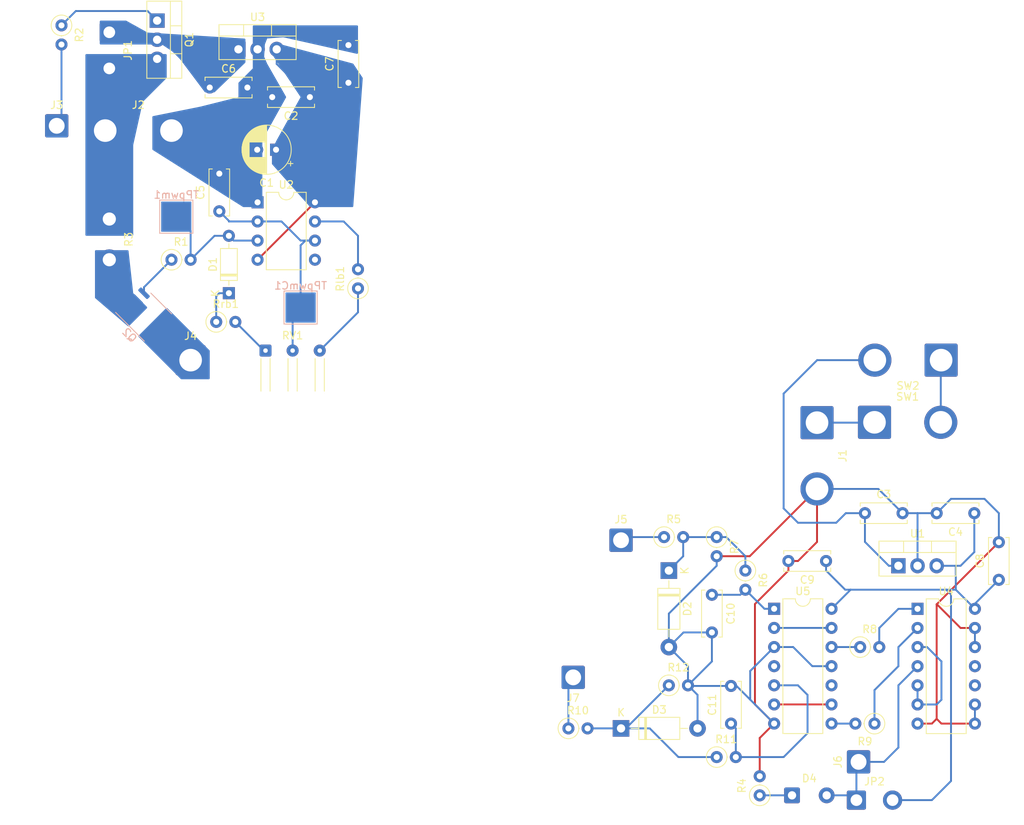
<source format=kicad_pcb>
(kicad_pcb (version 20221018) (generator pcbnew)
  (layers (0 "F.Cu" signal) (31 "B.Cu" signal) (34 "B.Paste" user) (35 "F.Paste" user) (36 "B.SilkS" user "B.Silkscreen") (37 "F.SilkS" user "F.Silkscreen") (38 "B.Mask" user) (39 "F.Mask" user) (44 "Edge.Cuts" user))
  (net 0 "")
  (net 1 "/U1_TR")
  (net 2 "/VCC_STAB")
  (net 3 "GND")
  (net 4 "Net-(SW1-B)")
  (net 5 "/POWER_CONTROL")
  (net 6 "Net-(D3-K)")
  (net 7 "/HEADLIGHT")
  (net 8 "/HIGHBEAM")
  (net 9 "+12V")
  (net 10 "VCC")
  (net 11 "Net-(SW2-B)")
  (net 12 "Net-(RV1-Pad3)")
  (net 13 "/U1_DISCH")
  (net 14 "Net-(JP1-A)")
  (net 15 "/VCC_STAB2")
  (net 16 "GND2")
  (net 17 "Net-(RV1-Pad1)")
  (net 18 "Net-(D1-A)")
  (net 19 "Net-(C10-Pad1)")
  (net 20 "Net-(C11-Pad1)")
  (net 21 "Net-(D1-K)")
  (net 22 "Net-(D2-K)")
  (net 23 "Net-(J3-Pin_1)")
  (net 24 "Net-(J4-Pin_1)")
  (net 25 "Net-(Q1-G)")
  (net 26 "Net-(Q2-S)")
  (net 27 "Net-(R8-Pad1)")
  (net 28 "Net-(R8-Pad2)")
  (net 29 "Net-(R9-Pad1)")
  (net 30 "Net-(R9-Pad2)")
  (net 33 "Net-(U5-Pad13)")
  (net 34 "Net-(U5-Pad6)")
  (net 37 "Net-(U4-Pad3)")
  (net 39 "Net-(D4-K)")
  (net 40 "Net-(D4-A)")
  (footprint "Resistor_THT:R_Axial_DIN0207_L6.3mm_D2.5mm_P2.54mm_Vertical" (layer "F.Cu") (at 80.01 81.28 90)
    (fp_text reference "Rlb1" (at 1.27 -2.37 90) (layer "F.SilkS"))
    (fp_text value "1k")
    (pad "1" thru_hole circle (at 0 0 90) (size 1.6 1.6) (drill 0.8) (layers "*.Cu" "*.Mask") (net 12 "Net-(RV1-Pad3)"))
    (pad "2" thru_hole oval (at 2.54 0 90) (size 1.6 1.6) (drill 0.8) (layers "*.Cu" "*.Mask") (net 13 "/U1_DISCH"))
  )
  (footprint "Connector_Wire:SolderWire-0.1sqmm_1x03_P3.6mm_D0.4mm_OD1mm_Relief" (layer "F.Cu") (at 67.73 89.535)
    (fp_text reference "RV1" (at 3.6 -2) (layer "F.SilkS"))
    (fp_text value "R_Potentiometer")
    (pad "" np_thru_hole circle (at 0 6) (size 1.5 1.5) (drill 1.5) (layers "*.Cu" "*.Mask"))
    (pad "" np_thru_hole circle (at 3.6 6) (size 1.5 1.5) (drill 1.5) (layers "*.Cu" "*.Mask"))
    (pad "" np_thru_hole circle (at 7.2 6) (size 1.5 1.5) (drill 1.5) (layers "*.Cu" "*.Mask"))
    (pad "1" thru_hole roundrect (at 0 0) (size 1.6 1.6) (drill 0.6) (layers "*.Cu" "*.Mask") (roundrect_rratio 0.15625) (net 17 "Net-(RV1-Pad1)"))
    (pad "2" thru_hole circle (at 3.6 0) (size 1.6 1.6) (drill 0.6) (layers "*.Cu" "*.Mask") (net 1 "/U1_TR"))
    (pad "3" thru_hole circle (at 7.2 0) (size 1.6 1.6) (drill 0.6) (layers "*.Cu" "*.Mask") (net 12 "Net-(RV1-Pad3)"))
  )
  (footprint "Connector_Wire:SolderWire-1.5sqmm_1x01_D1.7mm_OD3mm" (layer "F.Cu") (at 40.005 59.69)
    (fp_text reference "J3" (at 0 -2.75) (layer "F.SilkS"))
    (fp_text value "Conn_01x01_Socket")
    (pad "1" thru_hole roundrect (at 0 0) (size 3.1 3.1) (drill 2.1) (layers "*.Cu" "*.Mask") (roundrect_rratio 0.080645) (net 23 "Net-(J3-Pin_1)"))
  )
  (footprint "Capacitor_THT:C_Disc_D6.0mm_W2.5mm_P5.00mm" (layer "F.Cu") (at 129.54 139.065 90)
    (fp_text reference "C11" (at 2.5 -2.5 90) (layer "F.SilkS"))
    (fp_text value "0.33uF")
    (pad "1" thru_hole circle (at 0 0 90) (size 1.6 1.6) (drill 0.8) (layers "*.Cu" "*.Mask") (net 20 "Net-(C11-Pad1)"))
    (pad "2" thru_hole circle (at 5 0 90) (size 1.6 1.6) (drill 0.8) (layers "*.Cu" "*.Mask") (net 3 "GND"))
  )
  (footprint "Diode_THT:D_DO-41_SOD81_P10.16mm_Horizontal" (layer "F.Cu") (at 114.935 139.7)
    (fp_text reference "D3" (at 5.08 -2.47) (layer "F.SilkS"))
    (fp_text value "1N4742A")
    (fp_text user "K" (at 0 -2.1) (layer "F.SilkS"))
    (pad "1" thru_hole rect (at 0 0) (size 2.2 2.2) (drill 1.1) (layers "*.Cu" "*.Mask") (net 6 "Net-(D3-K)"))
    (pad "2" thru_hole oval (at 10.16 0) (size 2.2 2.2) (drill 1.1) (layers "*.Cu" "*.Mask") (net 3 "GND"))
  )
  (footprint "Capacitor_THT:C_Disc_D6.0mm_W2.5mm_P5.00mm" (layer "F.Cu") (at 73.62 55.88 180)
    (fp_text reference "C2" (at 2.5 -2.5) (layer "F.SilkS"))
    (fp_text value "0.1u")
    (pad "1" thru_hole circle (at 0 0 180) (size 1.6 1.6) (drill 0.8) (layers "*.Cu" "*.Mask") (net 15 "/VCC_STAB2"))
    (pad "2" thru_hole circle (at 5 0 180) (size 1.6 1.6) (drill 0.8) (layers "*.Cu" "*.Mask") (net 16 "GND2"))
  )
  (footprint "Capacitor_THT:C_Disc_D6.0mm_W2.5mm_P5.00mm" (layer "F.Cu") (at 165.1 119.975 90)
    (fp_text reference "C8" (at 2.5 -2.5 90) (layer "F.SilkS"))
    (fp_text value "0.1uF")
    (pad "1" thru_hole circle (at 0 0 90) (size 1.6 1.6) (drill 0.8) (layers "*.Cu" "*.Mask") (net 2 "/VCC_STAB"))
    (pad "2" thru_hole circle (at 5 0 90) (size 1.6 1.6) (drill 0.8) (layers "*.Cu" "*.Mask") (net 3 "GND"))
  )
  (footprint "Connector_Wire:SolderWire-0.75sqmm_1x02_P4.8mm_D1.25mm_OD2.3mm" (layer "F.Cu") (at 146.19 149.225)
    (fp_text reference "JP2" (at 2.4 -2.47) (layer "F.SilkS"))
    (fp_text value "Jumper_2_Open")
    (pad "1" thru_hole roundrect (at 0 0) (size 2.55 2.55) (drill 1.55) (layers "*.Cu" "*.Mask") (roundrect_rratio 0.098039) (net 40 "Net-(D4-A)"))
    (pad "2" thru_hole circle (at 4.8 0) (size 2.55 2.55) (drill 1.55) (layers "*.Cu" "*.Mask") (net 2 "/VCC_STAB"))
  )
  (footprint "Resistor_THT:R_Axial_DIN0207_L6.3mm_D2.5mm_P2.54mm_Vertical" (layer "F.Cu") (at 148.59 139.065 180)
    (fp_text reference "R9" (at 1.27 -2.37) (layer "F.SilkS"))
    (fp_text value "1k")
    (pad "1" thru_hole circle (at 0 0 180) (size 1.6 1.6) (drill 0.8) (layers "*.Cu" "*.Mask") (net 29 "Net-(R9-Pad1)"))
    (pad "2" thru_hole oval (at 2.54 0 180) (size 1.6 1.6) (drill 0.8) (layers "*.Cu" "*.Mask") (net 30 "Net-(R9-Pad2)"))
  )
  (footprint "Capacitor_THT:CP_Radial_D6.3mm_P2.50mm" (layer "F.Cu") (at 69.127379 62.865 180)
    (fp_text reference "C1" (at 1.25 -4.4) (layer "F.SilkS"))
    (fp_text value "2u")
    (pad "1" thru_hole rect (at 0 0 180) (size 1.6 1.6) (drill 0.8) (layers "*.Cu" "*.Mask") (net 15 "/VCC_STAB2"))
    (pad "2" thru_hole circle (at 2.5 0 180) (size 1.6 1.6) (drill 0.8) (layers "*.Cu" "*.Mask") (net 16 "GND2"))
  )
  (footprint "Capacitor_THT:C_Disc_D6.0mm_W2.5mm_P5.00mm" (layer "F.Cu") (at 127 121.96 -90)
    (fp_text reference "C10" (at 2.5 -2.5 90) (layer "F.SilkS"))
    (fp_text value "0.33uF")
    (pad "1" thru_hole circle (at 0 0 270) (size 1.6 1.6) (drill 0.8) (layers "*.Cu" "*.Mask") (net 19 "Net-(C10-Pad1)"))
    (pad "2" thru_hole circle (at 5 0 270) (size 1.6 1.6) (drill 0.8) (layers "*.Cu" "*.Mask") (net 3 "GND"))
  )
  (footprint "Resistor_THT:R_Axial_DIN0207_L6.3mm_D2.5mm_P2.54mm_Vertical" (layer "F.Cu") (at 131.445 118.745 -90)
    (fp_text reference "R6" (at 1.27 -2.37 90) (layer "F.SilkS"))
    (fp_text value "47k")
    (pad "1" thru_hole circle (at 0 0 270) (size 1.6 1.6) (drill 0.8) (layers "*.Cu" "*.Mask") (net 22 "Net-(D2-K)"))
    (pad "2" thru_hole oval (at 2.54 0 270) (size 1.6 1.6) (drill 0.8) (layers "*.Cu" "*.Mask") (net 19 "Net-(C10-Pad1)"))
  )
  (footprint "Connector_Wire:SolderWire-1.5sqmm_1x01_D1.7mm_OD3mm" (layer "F.Cu") (at 146.475 144.145 90)
    (fp_text reference "J6" (at 0 -2.75 90) (layer "F.SilkS"))
    (fp_text value "Conn_01x01_Pin")
    (pad "1" thru_hole roundrect (at 0 0 90) (size 3.1 3.1) (drill 2.1) (layers "*.Cu" "*.Mask") (roundrect_rratio 0.080645) (net 40 "Net-(D4-A)"))
  )
  (footprint "Package_DIP:DIP-8_W7.62mm" (layer "F.Cu") (at 66.675 69.85)
    (fp_text reference "U2" (at 3.81 -2.33) (layer "F.SilkS"))
    (fp_text value "NE555")
    (pad "1" thru_hole rect (at 0 0) (size 1.6 1.6) (drill 0.8) (layers "*.Cu" "*.Mask") (net 16 "GND2"))
    (pad "2" thru_hole oval (at 0 2.54) (size 1.6 1.6) (drill 0.8) (layers "*.Cu" "*.Mask") (net 1 "/U1_TR"))
    (pad "3" thru_hole oval (at 0 5.08) (size 1.6 1.6) (drill 0.8) (layers "*.Cu" "*.Mask") (net 18 "Net-(D1-A)"))
    (pad "4" thru_hole oval (at 0 7.62) (size 1.6 1.6) (drill 0.8) (layers "*.Cu" "*.Mask") (net 15 "/VCC_STAB2"))
    (pad "5" thru_hole oval (at 7.62 7.62) (size 1.6 1.6) (drill 0.8) (layers "*.Cu" "*.Mask"))
    (pad "6" thru_hole oval (at 7.62 5.08) (size 1.6 1.6) (drill 0.8) (layers "*.Cu" "*.Mask") (net 1 "/U1_TR"))
    (pad "7" thru_hole oval (at 7.62 2.54) (size 1.6 1.6) (drill 0.8) (layers "*.Cu" "*.Mask") (net 13 "/U1_DISCH"))
    (pad "8" thru_hole oval (at 7.62 0) (size 1.6 1.6) (drill 0.8) (layers "*.Cu" "*.Mask") (net 15 "/VCC_STAB2"))
  )
  (footprint "Resistor_THT:R_Axial_DIN0207_L6.3mm_D2.5mm_P2.54mm_Vertical" (layer "F.Cu") (at 120.65 114.3)
    (fp_text reference "R5" (at 1.27 -2.37) (layer "F.SilkS"))
    (fp_text value "1k")
    (pad "1" thru_hole circle (at 0 0) (size 1.6 1.6) (drill 0.8) (layers "*.Cu" "*.Mask") (net 7 "/HEADLIGHT"))
    (pad "2" thru_hole oval (at 2.54 0) (size 1.6 1.6) (drill 0.8) (layers "*.Cu" "*.Mask") (net 22 "Net-(D2-K)"))
  )
  (footprint "Capacitor_THT:C_Disc_D6.0mm_W2.5mm_P5.00mm" (layer "F.Cu") (at 147.32 111.125)
    (fp_text reference "C3" (at 2.5 -2.5) (layer "F.SilkS"))
    (fp_text value "0.33uF")
    (pad "1" thru_hole circle (at 0 0) (size 1.6 1.6) (drill 0.8) (layers "*.Cu" "*.Mask") (net 11 "Net-(SW2-B)"))
    (pad "2" thru_hole circle (at 5 0) (size 1.6 1.6) (drill 0.8) (layers "*.Cu" "*.Mask") (net 3 "GND"))
  )
  (footprint "Capacitor_THT:C_Disc_D6.0mm_W2.5mm_P5.00mm" (layer "F.Cu") (at 161.845 111.125 180)
    (fp_text reference "C4" (at 2.5 -2.5) (layer "F.SilkS"))
    (fp_text value "0.1uF")
    (pad "1" thru_hole circle (at 0 0 180) (size 1.6 1.6) (drill 0.8) (layers "*.Cu" "*.Mask") (net 2 "/VCC_STAB"))
    (pad "2" thru_hole circle (at 5 0 180) (size 1.6 1.6) (drill 0.8) (layers "*.Cu" "*.Mask") (net 3 "GND"))
  )
  (footprint "Connector_Wire:SolderWire-0.75sqmm_1x02_P4.8mm_D1.25mm_OD2.3mm" (layer "F.Cu") (at 46.99 47.269999 -90)
    (fp_text reference "JP1" (at 2.4 -2.47 90) (layer "F.SilkS"))
    (fp_text value "Jumper_2_Open")
    (pad "1" thru_hole roundrect (at 0 0 270) (size 2.55 2.55) (drill 1.55) (layers "*.Cu" "*.Mask") (roundrect_rratio 0.098039) (net 14 "Net-(JP1-A)"))
    (pad "2" thru_hole circle (at 4.8 0 270) (size 2.55 2.55) (drill 1.55) (layers "*.Cu" "*.Mask") (net 9 "+12V"))
  )
  (footprint "Connector_Wire:SolderWire-1.5sqmm_1x01_D1.7mm_OD3mm" (layer "F.Cu") (at 108.585 132.925 180)
    (fp_text reference "J7" (at 0 -2.75 180) (layer "F.SilkS"))
    (fp_text value "Conn_01x01_Socket")
    (pad "1" thru_hole roundrect (at 0 0 180) (size 3.1 3.1) (drill 2.1) (layers "*.Cu" "*.Mask") (roundrect_rratio 0.080645) (net 8 "/HIGHBEAM"))
  )
  (footprint "Resistor_THT:R_Axial_DIN0207_L6.3mm_D2.5mm_P2.54mm_Vertical" (layer "F.Cu") (at 61.185 85.725)
    (fp_text reference "Rrb1" (at 1.27 -2.37) (layer "F.SilkS"))
    (fp_text value "1k")
    (pad "1" thru_hole circle (at 0 0) (size 1.6 1.6) (drill 0.8) (layers "*.Cu" "*.Mask") (net 21 "Net-(D1-K)"))
    (pad "2" thru_hole oval (at 2.54 0) (size 1.6 1.6) (drill 0.8) (layers "*.Cu" "*.Mask") (net 17 "Net-(RV1-Pad1)"))
  )
  (footprint "Resistor_THT:R_Axial_DIN0207_L6.3mm_D2.5mm_P2.54mm_Vertical" (layer "F.Cu") (at 146.685 128.905)
    (fp_text reference "R8" (at 1.27 -2.37) (layer "F.SilkS"))
    (fp_text value "1k")
    (pad "1" thru_hole circle (at 0 0) (size 1.6 1.6) (drill 0.8) (layers "*.Cu" "*.Mask") (net 27 "Net-(R8-Pad1)"))
    (pad "2" thru_hole oval (at 2.54 0) (size 1.6 1.6) (drill 0.8) (layers "*.Cu" "*.Mask") (net 28 "Net-(R8-Pad2)"))
  )
  (footprint "Resistor_THT:R_Axial_DIN0207_L6.3mm_D2.5mm_P2.54mm_Vertical" (layer "F.Cu") (at 40.64 46.355 -90)
    (fp_text reference "R2" (at 1.27 -2.37 90) (layer "F.SilkS"))
    (fp_text value "100")
    (pad "1" thru_hole circle (at 0 0 270) (size 1.6 1.6) (drill 0.8) (layers "*.Cu" "*.Mask") (net 25 "Net-(Q1-G)"))
    (pad "2" thru_hole oval (at 2.54 0 270) (size 1.6 1.6) (drill 0.8) (layers "*.Cu" "*.Mask") (net 23 "Net-(J3-Pin_1)"))
  )
  (footprint "Connector_Wire:SolderWire-2.5sqmm_1x02_P8.8mm_D2.4mm_OD4.4mm" (layer "F.Cu") (at 46.445 60.325)
    (fp_text reference "J2" (at 4.4 -3.4) (layer "F.SilkS"))
    (fp_text value "Conn_01x02_Socket")
    (pad "1" thru_hole roundrect (at 0 0) (size 4.4 4.4) (drill 3) (layers "*.Cu" "*.Mask") (roundrect_rratio 0.056818) (net 9 "+12V"))
    (pad "2" thru_hole circle (at 8.8 0) (size 4.4 4.4) (drill 3) (layers "*.Cu" "*.Mask") (net 16 "GND2"))
  )
  (footprint "Capacitor_THT:C_Disc_D6.0mm_W2.5mm_P5.00mm" (layer "F.Cu") (at 78.74 53.975 90)
    (fp_text reference "C7" (at 2.5 -2.5 90) (layer "F.SilkS"))
    (fp_text value "0.1uF")
    (pad "1" thru_hole circle (at 0 0 90) (size 1.6 1.6) (drill 0.8) (layers "*.Cu" "*.Mask") (net 15 "/VCC_STAB2"))
    (pad "2" thru_hole circle (at 5 0 90) (size 1.6 1.6) (drill 0.8) (layers "*.Cu" "*.Mask") (net 16 "GND2"))
  )
  (footprint "Connector_Wire:SolderWire-2.5sqmm_1x01_D2.4mm_OD3.6mm" (layer "F.Cu") (at 57.785 90.805)
    (fp_text reference "J4" (at 0 -3.2) (layer "F.SilkS"))
    (fp_text value "Conn_01x01_Socket")
    (pad "1" thru_hole roundrect (at 0 0) (size 4 4) (drill 3) (layers "*.Cu" "*.Mask") (roundrect_rratio 0.0625) (net 24 "Net-(J4-Pin_1)"))
  )
  (footprint "Connector_Wire:SolderWire-1sqmm_1x02_P5.4mm_D1.4mm_OD2.7mm" (layer "F.Cu") (at 46.99 72.07 -90)
    (fp_text reference "R3" (at 2.7 -2.58 90) (layer "F.SilkS"))
    (fp_text value "0.2")
    (pad "1" thru_hole roundrect (at 0 0 270) (size 2.75 2.75) (drill 1.75) (layers "*.Cu" "*.Mask") (roundrect_rratio 0.090909) (net 9 "+12V"))
    (pad "2" thru_hole circle (at 5.4 0 270) (size 2.75 2.75) (drill 1.75) (layers "*.Cu" "*.Mask") (net 26 "Net-(Q2-S)"))
  )
  (footprint "Connector_Wire:SolderWire-2.5sqmm_1x02_P8.8mm_D2.4mm_OD4.4mm" (layer "F.Cu") (at 140.96 99.105 -90)
    (fp_text reference "J1" (at 4.4 -3.4 -90) (layer "F.SilkS"))
    (fp_text value "Conn_01x02_Socket")
    (pad "1" thru_hole roundrect (at 0 0 270) (size 4.4 4.4) (drill 3) (layers "*.Cu" "*.Mask") (roundrect_rratio 0.056818) (net 10 "VCC"))
    (pad "2" thru_hole circle (at 8.8 0 270) (size 4.4 4.4) (drill 3) (layers "*.Cu" "*.Mask") (net 3 "GND"))
  )
  (footprint "Capacitor_THT:C_Disc_D6.0mm_W2.5mm_P5.00mm" (layer "F.Cu") (at 61.595 71.04 90)
    (fp_text reference "C5" (at 2.5 -2.5 90) (layer "F.SilkS"))
    (fp_text value "33n")
    (pad "1" thru_hole circle (at 0 0 90) (size 1.6 1.6) (drill 0.8) (layers "*.Cu" "*.Mask") (net 1 "/U1_TR"))
    (pad "2" thru_hole circle (at 5 0 90) (size 1.6 1.6) (drill 0.8) (layers "*.Cu" "*.Mask") (net 16 "GND2"))
  )
  (footprint "Package_DIP:DIP-14_W7.62mm" (layer "F.Cu") (at 154.305 123.825)
    (fp_text reference "U4" (at 3.81 -2.33) (layer "F.SilkS"))
    (fp_text value "4001")
    (pad "1" thru_hole rect (at 0 0) (size 1.6 1.6) (drill 0.8) (layers "*.Cu" "*.Mask") (net 28 "Net-(R8-Pad2)"))
    (pad "2" thru_hole oval (at 0 2.54) (size 1.6 1.6) (drill 0.8) (layers "*.Cu" "*.Mask") (net 29 "Net-(R9-Pad1)"))
    (pad "3" thru_hole oval (at 0 5.08) (size 1.6 1.6) (drill 0.8) (layers "*.Cu" "*.Mask") (net 37 "Net-(U4-Pad3)"))
    (pad "4" thru_hole oval (at 0 7.62) (size 1.6 1.6) (drill 0.8) (layers "*.Cu" "*.Mask") (net 40 "Net-(D4-A)"))
    (pad "5" thru_hole oval (at 0 10.16) (size 1.6 1.6) (drill 0.8) (layers "*.Cu" "*.Mask") (net 37 "Net-(U4-Pad3)"))
    (pad "6" thru_hole oval (at 0 12.7) (size 1.6 1.6) (drill 0.8) (layers "*.Cu" "*.Mask") (net 37 "Net-(U4-Pad3)"))
    (pad "7" thru_hole oval (at 0 15.24) (size 1.6 1.6) (drill 0.8) (layers "*.Cu" "*.Mask") (net 3 "GND"))
    (pad "8" thru_hole oval (at 7.62 15.24) (size 1.6 1.6) (drill 0.8) (layers "*.Cu" "*.Mask") (net 3 "GND"))
    (pad "9" thru_hole oval (at 7.62 12.7) (size 1.6 1.6) (drill 0.8) (layers "*.Cu" "*.Mask") (net 3 "GND"))
    (pad "10" thru_hole oval (at 7.62 10.16) (size 1.6 1.6) (drill 0.8) (layers "*.Cu" "*.Mask"))
    (pad "11" thru_hole oval (at 7.62 7.62) (size 1.6 1.6) (drill 0.8) (layers "*.Cu" "*.Mask"))
    (pad "12" thru_hole oval (at 7.62 5.08) (size 1.6 1.6) (drill 0.8) (layers "*.Cu" "*.Mask") (net 3 "GND"))
    (pad "13" thru_hole oval (at 7.62 2.54) (size 1.6 1.6) (drill 0.8) (layers "*.Cu" "*.Mask") (net 3 "GND"))
    (pad "14" thru_hole oval (at 7.62 0) (size 1.6 1.6) (drill 0.8) (layers "*.Cu" "*.Mask") (net 2 "/VCC_STAB"))
  )
  (footprint "Connector_Wire:SolderWire-2.5sqmm_1x02_P8.8mm_D2.4mm_OD4.4mm" (layer "F.Cu") (at 157.435 90.805 180)
    (fp_text reference "SW2" (at 4.4 -3.4) (layer "F.SilkS"))
    (fp_text value "SW_SPST")
    (pad "1" thru_hole roundrect (at 0 0 180) (size 4.4 4.4) (drill 3) (layers "*.Cu" "*.Mask") (roundrect_rratio 0.056818) (net 4 "Net-(SW1-B)"))
    (pad "2" thru_hole circle (at 8.8 0 180) (size 4.4 4.4) (drill 3) (layers "*.Cu" "*.Mask") (net 11 "Net-(SW2-B)"))
  )
  (footprint "Resistor_THT:R_Axial_DIN0207_L6.3mm_D2.5mm_P2.54mm_Vertical" (layer "F.Cu") (at 127.635 143.51)
    (fp_text reference "R11" (at 1.27 -2.37) (layer "F.SilkS"))
    (fp_text value "47k")
    (pad "1" thru_hole circle (at 0 0) (size 1.6 1.6) (drill 0.8) (layers "*.Cu" "*.Mask") (net 6 "Net-(D3-K)"))
    (pad "2" thru_hole oval (at 2.54 0) (size 1.6 1.6) (drill 0.8) (layers "*.Cu" "*.Mask") (net 20 "Net-(C11-Pad1)"))
  )
  (footprint "Resistor_THT:R_Axial_DIN0207_L6.3mm_D2.5mm_P2.54mm_Vertical" (layer "F.Cu") (at 133.35 148.59 90)
    (fp_text reference "R4" (at 1.27 -2.37 90) (layer "F.SilkS"))
    (fp_text value "R")
    (pad "1" thru_hole circle (at 0 0 90) (size 1.6 1.6) (drill 0.8) (layers "*.Cu" "*.Mask") (net 39 "Net-(D4-K)"))
    (pad "2" thru_hole oval (at 2.54 0 90) (size 1.6 1.6) (drill 0.8) (layers "*.Cu" "*.Mask") (net 3 "GND"))
  )
  (footprint "Package_DIP:DIP-14_W7.62mm" (layer "F.Cu") (at 135.265 123.82)
    (fp_text reference "U5" (at 3.81 -2.33) (layer "F.SilkS"))
    (fp_text value "4069")
    (pad "1" thru_hole rect (at 0 0) (size 1.6 1.6) (drill 0.8) (layers "*.Cu" "*.Mask") (net 19 "Net-(C10-Pad1)"))
    (pad "2" thru_hole oval (at 0 2.54) (size 1.6 1.6) (drill 0.8) (layers "*.Cu" "*.Mask") (net 33 "Net-(U5-Pad13)"))
    (pad "3" thru_hole oval (at 0 5.08) (size 1.6 1.6) (drill 0.8) (layers "*.Cu" "*.Mask") (net 3 "GND"))
    (pad "4" thru_hole oval (at 0 7.62) (size 1.6 1.6) (drill 0.8) (layers "*.Cu" "*.Mask"))
    (pad "5" thru_hole oval (at 0 10.16) (size 1.6 1.6) (drill 0.8) (layers "*.Cu" "*.Mask") (net 20 "Net-(C11-Pad1)"))
    (pad "6" thru_hole oval (at 0 12.7) (size 1.6 1.6) (drill 0.8) (layers "*.Cu" "*.Mask") (net 34 "Net-(U5-Pad6)"))
    (pad "7" thru_hole oval (at 0 15.24) (size 1.6 1.6) (drill 0.8) (layers "*.Cu" "*.Mask") (net 3 "GND"))
    (pad "8" thru_hole oval (at 7.62 15.24) (size 1.6 1.6) (drill 0.8) (layers "*.Cu" "*.Mask") (net 30 "Net-(R9-Pad2)"))
    (pad "9" thru_hole oval (at 7.62 12.7) (size 1.6 1.6) (drill 0.8) (layers "*.Cu" "*.Mask") (net 34 "Net-(U5-Pad6)"))
    (pad "10" thru_hole oval (at 7.62 10.16) (size 1.6 1.6) (drill 0.8) (layers "*.Cu" "*.Mask"))
    (pad "11" thru_hole oval (at 7.62 7.62) (size 1.6 1.6) (drill 0.8) (layers "*.Cu" "*.Mask") (net 3 "GND"))
    (pad "12" thru_hole oval (at 7.62 5.08) (size 1.6 1.6) (drill 0.8) (layers "*.Cu" "*.Mask") (net 27 "Net-(R8-Pad1)"))
    (pad "13" thru_hole oval (at 7.62 2.54) (size 1.6 1.6) (drill 0.8) (layers "*.Cu" "*.Mask") (net 33 "Net-(U5-Pad13)"))
    (pad "14" thru_hole oval (at 7.62 0) (size 1.6 1.6) (drill 0.8) (layers "*.Cu" "*.Mask") (net 2 "/VCC_STAB"))
  )
  (footprint "Diode_THT:D_DO-35_SOD27_P7.62mm_Horizontal" (layer "F.Cu") (at 62.865 81.915 90)
    (fp_text reference "D1" (at 3.81 -2.12 90) (layer "F.SilkS"))
    (fp_text value "BAT42")
    (fp_text user "K" (at 0 -1.8 90) (layer "F.SilkS"))
    (pad "1" thru_hole rect (at 0 0 90) (size 1.6 1.6) (drill 0.8) (layers "*.Cu" "*.Mask") (net 21 "Net-(D1-K)"))
    (pad "2" thru_hole oval (at 7.62 0 90) (size 1.6 1.6) (drill 0.8) (layers "*.Cu" "*.Mask") (net 18 "Net-(D1-A)"))
  )
  (footprint "Connector_Wire:SolderWire-1.5sqmm_1x01_D1.7mm_OD3mm" (layer "F.Cu") (at 114.935 114.715)
    (fp_text reference "J5" (at 0 -2.75) (layer "F.SilkS"))
    (fp_text value "Conn_01x01_Socket")
    (pad "1" thru_hole roundrect (at 0 0) (size 3.1 3.1) (drill 2.1) (layers "*.Cu" "*.Mask") (roundrect_rratio 0.080645) (net 7 "/HEADLIGHT"))
  )
  (footprint "Resistor_THT:R_Axial_DIN0207_L6.3mm_D2.5mm_P2.54mm_Vertical" (layer "F.Cu") (at 107.95 139.7)
    (fp_text reference "R10" (at 1.27 -2.37) (layer "F.SilkS"))
    (fp_text value "1k")
    (pad "1" thru_hole circle (at 0 0) (size 1.6 1.6) (drill 0.8) (layers "*.Cu" "*.Mask") (net 8 "/HIGHBEAM"))
    (pad "2" thru_hole oval (at 2.54 0) (size 1.6 1.6) (drill 0.8) (layers "*.Cu" "*.Mask") (net 6 "Net-(D3-K)"))
  )
  (footprint "Package_TO_SOT_THT:TO-220-3_Vertical" (layer "F.Cu") (at 53.34 45.720001 -90)
    (fp_text reference "Q1" (at 2.54 -4.27 90) (layer "F.SilkS"))
    (fp_text value "IRF9540N")
    (pad "1" thru_hole rect (at 0 0 270) (size 1.905 2) (drill 1.1) (layers "*.Cu" "*.Mask") (net 25 "Net-(Q1-G)"))
    (pad "2" thru_hole oval (at 2.54 0 270) (size 1.905 2) (drill 1.1) (layers "*.Cu" "*.Mask") (net 14 "Net-(JP1-A)"))
    (pad "3" thru_hole oval (at 5.08 0 270) (size 1.905 2) (drill 1.1) (layers "*.Cu" "*.Mask") (net 9 "+12V"))
  )
  (footprint "Capacitor_THT:C_Disc_D6.0mm_W2.5mm_P5.00mm" (layer "F.Cu") (at 60.325 54.61)
    (fp_text reference "C6" (at 2.5 -2.5) (layer "F.SilkS"))
    (fp_text value "0.33uF")
    (pad "1" thru_hole circle (at 0 0) (size 1.6 1.6) (drill 0.8) (layers "*.Cu" "*.Mask") (net 14 "Net-(JP1-A)"))
    (pad "2" thru_hole circle (at 5 0) (size 1.6 1.6) (drill 0.8) (layers "*.Cu" "*.Mask") (net 16 "GND2"))
  )
  (footprint "Connector_Wire:SolderWire-0.5sqmm_1x02_P4.6mm_D0.9mm_OD2.1mm" (layer "F.Cu") (at 137.64 148.59)
    (fp_text reference "D4" (at 2.3 -2.25) (layer "F.SilkS"))
    (fp_text value "LED")
    (pad "1" thru_hole roundrect (at 0 0) (size 2.1 2.1) (drill 1.1) (layers "*.Cu" "*.Mask") (roundrect_rratio 0.119048) (net 39 "Net-(D4-K)"))
    (pad "2" thru_hole circle (at 4.6 0) (size 2.1 2.1) (drill 1.1) (layers "*.Cu" "*.Mask") (net 40 "Net-(D4-A)"))
  )
  (footprint "Resistor_THT:R_Axial_DIN0207_L6.3mm_D2.5mm_P2.54mm_Vertical" (layer "F.Cu") (at 127.635 114.3 -90)
    (fp_text reference "R7" (at 1.27 -2.37 90) (layer "F.SilkS"))
    (fp_text value "100k")
    (pad "1" thru_hole circle (at 0 0 270) (size 1.6 1.6) (drill 0.8) (layers "*.Cu" "*.Mask") (net 22 "Net-(D2-K)"))
    (pad "2" thru_hole oval (at 2.54 0 270) (size 1.6 1.6) (drill 0.8) (layers "*.Cu" "*.Mask") (net 3 "GND"))
  )
  (footprint "Capacitor_THT:C_Disc_D6.0mm_W2.5mm_P5.00mm" (layer "F.Cu") (at 142.16 117.475 180)
    (fp_text reference "C9" (at 2.5 -2.5) (layer "F.SilkS"))
    (fp_text value "0.1uF")
    (pad "1" thru_hole circle (at 0 0 180) (size 1.6 1.6) (drill 0.8) (layers "*.Cu" "*.Mask") (net 2 "/VCC_STAB"))
    (pad "2" thru_hole circle (at 5 0 180) (size 1.6 1.6) (drill 0.8) (layers "*.Cu" "*.Mask") (net 3 "GND"))
  )
  (footprint "Package_TO_SOT_THT:TO-220-3_Vertical" (layer "F.Cu") (at 151.765 118.11)
    (fp_text reference "U1" (at 2.54 -4.27) (layer "F.SilkS"))
    (fp_text value "L7812")
    (pad "1" thru_hole rect (at 0 0) (size 1.905 2) (drill 1.1) (layers "*.Cu" "*.Mask") (net 11 "Net-(SW2-B)"))
    (pad "2" thru_hole oval (at 2.54 0) (size 1.905 2) (drill 1.1) (layers "*.Cu" "*.Mask") (net 3 "GND"))
    (pad "3" thru_hole oval (at 5.08 0) (size 1.905 2) (drill 1.1) (layers "*.Cu" "*.Mask") (net 2 "/VCC_STAB"))
  )
  (footprint "Resistor_THT:R_Axial_DIN0207_L6.3mm_D2.5mm_P2.54mm_Vertical" (layer "F.Cu") (at 121.285 133.985)
    (fp_text reference "R12" (at 1.27 -2.37) (layer "F.SilkS"))
    (fp_text value "100k")
    (pad "1" thru_hole circle (at 0 0) (size 1.6 1.6) (drill 0.8) (layers "*.Cu" "*.Mask") (net 6 "Net-(D3-K)"))
    (pad "2" thru_hole oval (at 2.54 0) (size 1.6 1.6) (drill 0.8) (layers "*.Cu" "*.Mask") (net 3 "GND"))
  )
  (footprint "Connector_Wire:SolderWire-2.5sqmm_1x02_P8.8mm_D2.4mm_OD4.4mm" (layer "F.Cu") (at 148.59 99.06)
    (fp_text reference "SW1" (at 4.4 -3.4) (layer "F.SilkS"))
    (fp_text value "SW_SPST")
    (pad "1" thru_hole roundrect (at 0 0) (size 4.4 4.4) (drill 3) (layers "*.Cu" "*.Mask") (roundrect_rratio 0.056818) (net 10 "VCC"))
    (pad "2" thru_hole circle (at 8.8 0) (size 4.4 4.4) (drill 3) (layers "*.Cu" "*.Mask") (net 4 "Net-(SW1-B)"))
  )
  (footprint "Resistor_THT:R_Axial_DIN0207_L6.3mm_D2.5mm_P2.54mm_Vertical" (layer "F.Cu") (at 55.245 77.47)
    (fp_text reference "R1" (at 1.27 -2.37) (layer "F.SilkS"))
    (fp_text value "100..1k")
    (pad "1" thru_hole circle (at 0 0) (size 1.6 1.6) (drill 0.8) (layers "*.Cu" "*.Mask") (net 5 "/POWER_CONTROL"))
    (pad "2" thru_hole oval (at 2.54 0) (size 1.6 1.6) (drill 0.8) (layers "*.Cu" "*.Mask") (net 18 "Net-(D1-A)"))
  )
  (footprint "Package_TO_SOT_THT:TO-220-3_Vertical" (layer "F.Cu") (at 64.135 49.53)
    (fp_text reference "U3" (at 2.54 -4.27) (layer "F.SilkS"))
    (fp_text value "L7812")
    (pad "1" thru_hole rect (at 0 0) (size 1.905 2) (drill 1.1) (layers "*.Cu" "*.Mask") (net 14 "Net-(JP1-A)"))
    (pad "2" thru_hole oval (at 2.54 0) (size 1.905 2) (drill 1.1) (layers "*.Cu" "*.Mask") (net 16 "GND2"))
    (pad "3" thru_hole oval (at 5.08 0) (size 1.905 2) (drill 1.1) (layers "*.Cu" "*.Mask") (net 15 "/VCC_STAB2"))
  )
  (footprint "Diode_THT:D_DO-41_SOD81_P10.16mm_Horizontal" (layer "F.Cu") (at 121.285 118.745001 -90)
    (fp_text reference "D2" (at 5.08 -2.47 90) (layer "F.SilkS"))
    (fp_text value "1N47xxA")
    (fp_text user "K" (at 0 -2.1 90) (layer "F.SilkS"))
    (pad "1" thru_hole rect (at 0 0 270) (size 2.2 2.2) (drill 1.1) (layers "*.Cu" "*.Mask") (net 22 "Net-(D2-K)"))
    (pad "2" thru_hole oval (at 10.16 0 270) (size 2.2 2.2) (drill 1.1) (layers "*.Cu" "*.Mask") (net 3 "GND"))
  )
  (footprint "TestPoint:TestPoint_Pad_4.0x4.0mm" (layer "B.Cu") (at 55.88 71.755 180)
    (fp_text reference "TPpwm1" (at 0 2.898) (layer "B.SilkS") (effects (justify mirror)))
    (fp_text value "TestPoint")
    (pad "1" smd rect (at 0 0 180) (size 4 4) (layers "B.Cu" "B.Mask") (net 18 "Net-(D1-A)"))
  )
  (footprint "TestPoint:TestPoint_Pad_4.0x4.0mm" (layer "B.Cu") (at 72.39 83.82 180)
    (fp_text reference "TPpwmC1" (at 0 2.898) (layer "B.SilkS") (effects (justify mirror)))
    (fp_text value "TestPoint")
    (pad "1" smd rect (at 0 0 180) (size 4 4) (layers "B.Cu" "B.Mask") (net 1 "/U1_TR"))
  )
  (footprint "LIB:SO-8_3.9x4.9mm_P1.27mm" (layer "B.Cu") (at 52.07 85.09 -45)
    (fp_text reference "Q2" (at 0 3.4 135) (layer "B.SilkS") (effects (justify mirror)))
    (fp_text value "IRF9321")
    (pad "1" smd roundrect (at 2.575 -1.905 315) (size 1.75 0.6) (layers "B.Cu" "B.Paste" "B.Mask") (net 24 "Net-(J4-Pin_1)"))
    (pad "1" smd roundrect (at 2.575 -0.635 315) (size 1.75 0.6) (layers "B.Cu" "B.Paste" "B.Mask") (net 24 "Net-(J4-Pin_1)"))
    (pad "1" smd roundrect (at 2.575 0.635 315) (size 1.75 0.6) (layers "B.Cu" "B.Paste" "B.Mask") (net 24 "Net-(J4-Pin_1)"))
    (pad "1" smd roundrect (at 2.575 1.905 315) (size 1.75 0.6) (layers "B.Cu" "B.Paste" "B.Mask") (net 24 "Net-(J4-Pin_1)"))
    (pad "2" smd roundrect (at -2.575 -1.905 315) (size 1.75 0.6) (layers "B.Cu" "B.Paste" "B.Mask") (net 5 "/POWER_CONTROL"))
    (pad "3" smd roundrect (at -2.575 -0.635 315) (size 1.75 0.6) (layers "B.Cu" "B.Paste" "B.Mask") (net 26 "Net-(Q2-S)"))
    (pad "3" smd roundrect (at -2.575 0.635 315) (size 1.75 0.6) (layers "B.Cu" "B.Paste" "B.Mask") (net 26 "Net-(Q2-S)"))
    (pad "3" smd roundrect (at -2.575 1.905 315) (size 1.75 0.6) (layers "B.Cu" "B.Paste" "B.Mask") (net 26 "Net-(Q2-S)"))
  )
  (segment (start 74.295 74.93) (end 73.025 74.93) (width 0.25) (layer "B.Cu") (net 1))
  (segment (start 66.675 72.39) (end 69.85 72.39) (width 0.25) (layer "B.Cu") (net 1))
  (segment (start 62.865 72.31) (end 62.865 72.39) (width 0.25) (layer "B.Cu") (net 1))
  (segment (start 72.39 75.565) (end 72.39 83.82) (width 0.25) (layer "B.Cu") (net 1))
  (segment (start 71.33 89.535) (end 71.33 84.88) (width 0.25) (layer "B.Cu") (net 1))
  (segment (start 69.85 72.39) (end 72.39 74.93) (width 0.25) (layer "B.Cu") (net 1))
  (segment (start 62.865 72.39) (end 66.675 72.39) (width 0.25) (layer "B.Cu") (net 1))
  (segment (start 71.33 84.88) (end 72.39 83.82) (width 0.25) (layer "B.Cu") (net 1))
  (segment (start 73.025 74.93) (end 72.39 75.565) (width 0.25) (layer "B.Cu") (net 1))
  (segment (start 61.595 71.04) (end 62.865 72.31) (width 0.25) (layer "B.Cu") (net 1))
  (segment (start 72.39 74.93) (end 74.295 74.93) (width 0.25) (layer "B.Cu") (net 1))
  (segment (start 158.75 146.685) (end 158.75 121.92) (width 0.25) (layer "B.Cu") (net 2))
  (segment (start 150.99 149.225) (end 156.21 149.225) (width 0.25) (layer "B.Cu") (net 2))
  (segment (start 158.115 121.285) (end 145.42 121.285) (width 0.25) (layer "B.Cu") (net 2))
  (segment (start 156.21 149.225) (end 158.75 146.685) (width 0.25) (layer "B.Cu") (net 2))
  (segment (start 160.02 118.11) (end 161.845 116.285) (width 0.25) (layer "B.Cu") (net 2))
  (segment (start 159.385 121.285) (end 158.115 121.285) (width 0.25) (layer "B.Cu") (net 2))
  (segment (start 145.42 121.285) (end 142.885 123.82) (width 0.25) (layer "B.Cu") (net 2))
  (segment (start 161.925 123.15) (end 161.925 123.825) (width 0.25) (layer "B.Cu") (net 2))
  (segment (start 159.385 118.11) (end 160.02 118.11) (width 0.25) (layer "B.Cu") (net 2))
  (segment (start 142.16 118.745) (end 142.16 117.475) (width 0.25) (layer "B.Cu") (net 2))
  (segment (start 156.845 118.11) (end 159.385 118.11) (width 0.25) (layer "B.Cu") (net 2))
  (segment (start 158.75 121.92) (end 158.115 121.285) (width 0.25) (layer "B.Cu") (net 2))
  (segment (start 144.7 121.285) (end 145.42 121.285) (width 0.25) (layer "B.Cu") (net 2))
  (segment (start 165.1 119.975) (end 161.925 123.15) (width 0.25) (layer "B.Cu") (net 2))
  (segment (start 161.845 116.285) (end 161.845 111.125) (width 0.25) (layer "B.Cu") (net 2))
  (segment (start 161.925 123.825) (end 159.385 121.285) (width 0.25) (layer "B.Cu") (net 2))
  (segment (start 144.7 121.285) (end 142.16 118.745) (width 0.25) (layer "B.Cu") (net 2))
  (segment (start 159.385 121.285) (end 159.385 118.11) (width 0.25) (layer "B.Cu") (net 2))
  (segment (start 133.35 140.975) (end 135.265 139.06) (width 0.25) (layer "F.Cu") (net 3))
  (segment (start 137.16 118.745) (end 132.715 123.19) (width 0.25) (layer "F.Cu") (net 3))
  (segment (start 161.925 139.065) (end 157.48 139.065) (width 0.25) (layer "F.Cu") (net 3))
  (segment (start 132.715 136.51) (end 132.715 123.19) (width 0.25) (layer "F.Cu") (net 3))
  (segment (start 156.845 123.23) (end 156.865 123.21) (width 0.25) (layer "F.Cu") (net 3))
  (segment (start 135.265 139.06) (end 132.715 136.51) (width 0.25) (layer "F.Cu") (net 3))
  (segment (start 140.96 114.945) (end 138.43 117.475) (width 0.25) (layer "F.Cu") (net 3))
  (segment (start 156.865 123.21) (end 165.1 114.975) (width 0.25) (layer "F.Cu") (net 3))
  (segment (start 132.025 116.84) (end 140.96 107.905) (width 0.25) (layer "F.Cu") (net 3))
  (segment (start 161.925 126.365) (end 160.02 126.365) (width 0.25) (layer "F.Cu") (net 3))
  (segment (start 156.21 139.065) (end 156.845 138.43) (width 0.25) (layer "F.Cu") (net 3))
  (segment (start 160.02 126.365) (end 156.865 123.21) (width 0.25) (layer "F.Cu") (net 3))
  (segment (start 133.35 146.05) (end 133.35 140.975) (width 0.25) (layer "F.Cu") (net 3))
  (segment (start 157.48 139.065) (end 156.845 138.43) (width 0.25) (layer "F.Cu") (net 3))
  (segment (start 138.43 117.475) (end 137.16 117.475) (width 0.25) (layer "F.Cu") (net 3))
  (segment (start 156.845 138.43) (end 156.845 123.23) (width 0.25) (layer "F.Cu") (net 3))
  (segment (start 140.96 107.905) (end 140.96 114.945) (width 0.25) (layer "F.Cu") (net 3))
  (segment (start 137.16 117.475) (end 137.16 118.745) (width 0.25) (layer "F.Cu") (net 3))
  (segment (start 127.635 116.84) (end 132.025 116.84) (width 0.25) (layer "F.Cu") (net 3))
  (segment (start 154.305 139.065) (end 156.21 139.065) (width 0.25) (layer "F.Cu") (net 3))
  (segment (start 121.285 124.46) (end 121.285 128.905001) (width 0.25) (layer "B.Cu") (net 3))
  (segment (start 140.96 107.905) (end 149.1 107.905) (width 0.25) (layer "B.Cu") (net 3))
  (segment (start 142.885 131.44) (end 140.33 131.44) (width 0.25) (layer "B.Cu") (net 3))
  (segment (start 161.925 139.065) (end 161.925 136.525) (width 0.25) (layer "B.Cu") (net 3))
  (segment (start 127.635 118.11) (end 121.285 124.46) (width 0.25) (layer "B.Cu") (net 3))
  (segment (start 123.230001 126.96) (end 121.285 128.905001) (width 0.25) (layer "B.Cu") (net 3))
  (segment (start 149.1 107.905) (end 152.32 111.125) (width 0.25) (layer "B.Cu") (net 3))
  (segment (start 165.1 114.975) (end 165.1 111.125) (width 0.25) (layer "B.Cu") (net 3))
  (segment (start 161.925 128.905) (end 161.925 126.365) (width 0.25) (layer "B.Cu") (net 3))
  (segment (start 135.265 128.9) (end 132.0875 132.0775) (width 0.25) (layer "B.Cu") (net 3))
  (segment (start 154.305 111.125) (end 156.845 111.125) (width 0.25) (layer "B.Cu") (net 3))
  (segment (start 132.0875 132.0775) (end 132.0875 135.8825) (width 0.25) (layer "B.Cu") (net 3))
  (segment (start 163.195 109.22) (end 158.75 109.22) (width 0.25) (layer "B.Cu") (net 3))
  (segment (start 127.635 116.84) (end 127.635 118.11) (width 0.25) (layer "B.Cu") (net 3))
  (segment (start 140.33 131.44) (end 137.79 128.9) (width 0.25) (layer "B.Cu") (net 3))
  (segment (start 129.54 134.065) (end 123.905 134.065) (width 0.25) (layer "B.Cu") (net 3))
  (segment (start 125.095 139.7) (end 125.095 135.255) (width 0.25) (layer "B.Cu") (net 3))
  (segment (start 123.825 131.445001) (end 121.285 128.905001) (width 0.25) (layer "B.Cu") (net 3))
  (segment (start 137.79 128.9) (end 135.265 128.9) (width 0.25) (layer "B.Cu") (net 3))
  (segment (start 127 126.96) (end 127 130.81) (width 0.25) (layer "B.Cu") (net 3))
  (segment (start 135.265 139.06) (end 132.0875 135.8825) (width 0.25) (layer "B.Cu") (net 3))
  (segment (start 165.1 111.125) (end 163.195 109.22) (width 0.25) (layer "B.Cu") (net 3))
  (segment (start 130.27 134.065) (end 129.54 134.065) (width 0.25) (layer "B.Cu") (net 3))
  (segment (start 158.75 109.22) (end 156.845 111.125) (width 0.25) (layer "B.Cu") (net 3))
  (segment (start 123.825 133.985) (end 123.825 131.445001) (width 0.25) (layer "B.Cu") (net 3))
  (segment (start 127 130.81) (end 123.825 133.985) (width 0.25) (layer "B.Cu") (net 3))
  (segment (start 154.305 118.11) (end 154.305 111.125) (width 0.25) (layer "B.Cu") (net 3))
  (segment (start 123.905 134.065) (end 123.825 133.985) (width 0.25) (layer "B.Cu") (net 3))
  (segment (start 152.32 111.125) (end 154.305 111.125) (width 0.25) (layer "B.Cu") (net 3))
  (segment (start 125.095 135.255) (end 123.825 133.985) (width 0.25) (layer "B.Cu") (net 3))
  (segment (start 127 126.96) (end 123.230001 126.96) (width 0.25) (layer "B.Cu") (net 3))
  (segment (start 132.0875 135.8825) (end 130.27 134.065) (width 0.25) (layer "B.Cu") (net 3))
  (segment (start 157.39 92.755) (end 157.435 92.71) (width 0.25) (layer "B.Cu") (net 4))
  (segment (start 157.39 99.06) (end 157.39 92.755) (width 0.25) (layer "B.Cu") (net 4))
  (segment (start 51.596238 81.118762) (end 51.596238 81.922162) (width 0.25) (layer "B.Cu") (net 5))
  (segment (start 55.245 77.47) (end 51.596238 81.118762) (width 0.25) (layer "B.Cu") (net 5))
  (segment (start 115.57 139.7) (end 121.285 133.985) (width 0.25) (layer "B.Cu") (net 6))
  (segment (start 114.935 139.7) (end 115.57 139.7) (width 0.25) (layer "B.Cu") (net 6))
  (segment (start 118.745 139.7) (end 122.555 143.51) (width 0.25) (layer "B.Cu") (net 6))
  (segment (start 122.555 143.51) (end 127.635 143.51) (width 0.25) (layer "B.Cu") (net 6))
  (segment (start 114.935 139.7) (end 118.745 139.7) (width 0.25) (layer "B.Cu") (net 6))
  (segment (start 110.49 139.7) (end 114.935 139.7) (width 0.25) (layer "B.Cu") (net 6))
  (segment (start 115.35 114.3) (end 114.935 114.715) (width 0.25) (layer "B.Cu") (net 7))
  (segment (start 120.65 114.3) (end 115.35 114.3) (width 0.25) (layer "B.Cu") (net 7))
  (segment (start 107.95 133.56) (end 107.95 139.7) (width 0.25) (layer "B.Cu") (net 8))
  (segment (start 108.585 132.925) (end 107.95 133.56) (width 0.25) (layer "B.Cu") (net 8))
  (segment (start 46.99 59.78) (end 46.445 60.325) (width 0.25) (layer "B.Cu") (net 9))
  (segment (start 46.99 60.87) (end 46.99 72.07) (width 0.25) (layer "B.Cu") (net 9))
  (segment (start 46.99 52.069999) (end 46.99 59.78) (width 0.25) (layer "B.Cu") (net 9))
  (segment (start 46.99 52.069999) (end 52.070002 52.069999) (width 0.25) (layer "B.Cu") (net 9))
  (segment (start 52.070002 52.069999) (end 53.34 50.800001) (width 0.25) (layer "B.Cu") (net 9))
  (segment (start 46.445 60.325) (end 46.99 60.87) (width 0.25) (layer "B.Cu") (net 9))
  (segment (start 140.96 99.105) (end 148.545 99.105) (width 0.25) (layer "B.Cu") (net 10))
  (segment (start 148.545 99.105) (end 148.59 99.06) (width 0.25) (layer "B.Cu") (net 10))
  (segment (start 143.51 112.395) (end 144.78 111.125) (width 0.25) (layer "B.Cu") (net 11))
  (segment (start 136.525 110.49) (end 138.43 112.395) (width 0.25) (layer "B.Cu") (net 11))
  (segment (start 136.525 95.25) (end 136.525 110.49) (width 0.25) (layer "B.Cu") (net 11))
  (segment (start 138.43 112.395) (end 143.51 112.395) (width 0.25) (layer "B.Cu") (net 11))
  (segment (start 150.495 118.11) (end 147.32 114.935) (width 0.25) (layer "B.Cu") (net 11))
  (segment (start 140.97 90.805) (end 136.525 95.25) (width 0.25) (layer "B.Cu") (net 11))
  (segment (start 151.765 118.11) (end 150.495 118.11) (width 0.25) (layer "B.Cu") (net 11))
  (segment (start 148.635 90.805) (end 140.97 90.805) (width 0.25) (layer "B.Cu") (net 11))
  (segment (start 147.32 114.935) (end 147.32 111.125) (width 0.25) (layer "B.Cu") (net 11))
  (segment (start 144.78 111.125) (end 147.32 111.125) (width 0.25) (layer "B.Cu") (net 11))
  (segment (start 80.01 84.455) (end 80.01 81.28) (width 0.25) (layer "B.Cu") (net 12))
  (segment (start 74.93 89.535) (end 80.01 84.455) (width 0.25) (layer "B.Cu") (net 12))
  (segment (start 80.01 78.74) (end 80.01 74.295) (width 0.25) (layer "B.Cu") (net 13))
  (segment (start 80.01 74.295) (end 78.105 72.39) (width 0.25) (layer "B.Cu") (net 13))
  (segment (start 78.105 72.39) (end 74.295 72.39) (width 0.25) (layer "B.Cu") (net 13))
  (segment (start 53.975001 48.260001) (end 53.34 48.260001) (width 0.25) (layer "B.Cu") (net 14))
  (segment (start 64.135 49.53) (end 64.135 50.8) (width 0.25) (layer "B.Cu") (net 14))
  (segment (start 60.325 54.61) (end 53.975001 48.260001) (width 0.25) (layer "B.Cu") (net 14))
  (segment (start 47.980002 48.260001) (end 46.99 47.269999) (width 0.25) (layer "B.Cu") (net 14))
  (segment (start 64.135 50.8) (end 60.325 54.61) (width 0.25) (layer "B.Cu") (net 14))
  (segment (start 53.34 48.260001) (end 47.980002 48.260001) (width 0.25) (layer "B.Cu") (net 14))
  (segment (start 66.675 77.47) (end 74.295 69.85) (width 0.25) (layer "F.Cu") (net 15))
  (segment (start 69.127379 64.682379) (end 74.295 69.85) (width 0.25) (layer "B.Cu") (net 15))
  (segment (start 69.127379 62.865) (end 69.127379 64.682379) (width 0.25) (layer "B.Cu") (net 15))
  (segment (start 73.62 58.372379) (end 69.127379 62.865) (width 0.25) (layer "B.Cu") (net 15))
  (segment (start 69.215 49.53) (end 69.215 51.475) (width 0.25) (layer "B.Cu") (net 15))
  (segment (start 69.215 51.475) (end 73.62 55.88) (width 0.25) (layer "B.Cu") (net 15))
  (segment (start 78.74 53.975) (end 75.525 53.975) (width 0.25) (layer "B.Cu") (net 15))
  (segment (start 75.525 53.975) (end 73.62 55.88) (width 0.25) (layer "B.Cu") (net 15))
  (segment (start 73.62 55.88) (end 73.62 58.372379) (width 0.25) (layer "B.Cu") (net 15))
  (segment (start 61.595 66.04) (end 63.452379 66.04) (width 0.25) (layer "B.Cu") (net 16))
  (segment (start 66.627379 57.872621) (end 68.62 55.88) (width 0.25) (layer "B.Cu") (net 16))
  (segment (start 55.88 60.325) (end 55.245 60.325) (width 0.25) (layer "B.Cu") (net 16))
  (segment (start 66.627379 62.865) (end 66.627379 57.872621) (width 0.25) (layer "B.Cu") (net 16))
  (segment (start 63.452379 66.04) (end 66.627379 62.865) (width 0.25) (layer "B.Cu") (net 16))
  (segment (start 66.675 69.85) (end 65.405 69.85) (width 0.25) (layer "B.Cu") (net 16))
  (segment (start 66.595 55.88) (end 65.325 54.61) (width 0.25) (layer "B.Cu") (net 16))
  (segment (start 66.675 52.07) (end 66.675 49.53) (width 0.25) (layer "B.Cu") (net 16))
  (segment (start 61.595 66.04) (end 55.88 60.325) (width 0.25) (layer "B.Cu") (net 16))
  (segment (start 68.62 55.88) (end 66.595 55.88) (width 0.25) (layer "B.Cu") (net 16))
  (segment (start 66.675 48.26) (end 66.675 49.53) (width 0.25) (layer "B.Cu") (net 16))
  (segment (start 65.405 69.85) (end 61.595 66.04) (width 0.25) (layer "B.Cu") (net 16))
  (segment (start 78.74 48.975) (end 77.47 47.705) (width 0.25) (layer "B.Cu") (net 16))
  (segment (start 67.31 47.625) (end 66.675 48.26) (width 0.25) (layer "B.Cu") (net 16))
  (segment (start 77.47 47.625) (end 67.31 47.625) (width 0.25) (layer "B.Cu") (net 16))
  (segment (start 65.325 53.42) (end 66.675 52.07) (width 0.25) (layer "B.Cu") (net 16))
  (segment (start 65.325 54.61) (end 65.325 53.42) (width 0.25) (layer "B.Cu") (net 16))
  (segment (start 77.47 47.705) (end 77.47 47.625) (width 0.25) (layer "B.Cu") (net 16))
  (segment (start 63.725 85.725) (end 67.535 89.535) (width 0.25) (layer "B.Cu") (net 17))
  (segment (start 67.535 89.535) (end 67.73 89.535) (width 0.25) (layer "B.Cu") (net 17))
  (segment (start 63.5 74.93) (end 62.865 74.295) (width 0.25) (layer "B.Cu") (net 18))
  (segment (start 57.785 77.47) (end 57.785 73.66) (width 0.25) (layer "B.Cu") (net 18))
  (segment (start 57.785 73.66) (end 55.88 71.755) (width 0.25) (layer "B.Cu") (net 18))
  (segment (start 66.675 74.93) (end 63.5 74.93) (width 0.25) (layer "B.Cu") (net 18))
  (segment (start 62.865 74.295) (end 60.96 74.295) (width 0.25) (layer "B.Cu") (net 18))
  (segment (start 60.96 74.295) (end 57.785 77.47) (width 0.25) (layer "B.Cu") (net 18))
  (segment (start 127 121.96) (end 130.77 121.96) (width 0.25) (layer "B.Cu") (net 19))
  (segment (start 133.98 123.82) (end 131.445 121.285) (width 0.25) (layer "B.Cu") (net 19))
  (segment (start 130.77 121.96) (end 131.445 121.285) (width 0.25) (layer "B.Cu") (net 19))
  (segment (start 135.265 123.82) (end 133.98 123.82) (width 0.25) (layer "B.Cu") (net 19))
  (segment (start 139.7 135.255) (end 138.425 133.98) (width 0.25) (layer "B.Cu") (net 20))
  (segment (start 130.175 143.51) (end 130.175 139.7) (width 0.25) (layer "B.Cu") (net 20))
  (segment (start 130.175 139.7) (end 129.54 139.065) (width 0.25) (layer "B.Cu") (net 20))
  (segment (start 130.175 143.51) (end 136.525 143.51) (width 0.25) (layer "B.Cu") (net 20))
  (segment (start 136.525 143.51) (end 139.7 140.335) (width 0.25) (layer "B.Cu") (net 20))
  (segment (start 139.7 140.335) (end 139.7 135.255) (width 0.25) (layer "B.Cu") (net 20))
  (segment (start 138.425 133.98) (end 135.265 133.98) (width 0.25) (layer "B.Cu") (net 20))
  (segment (start 62.865 81.915) (end 61.595 81.915) (width 0.25) (layer "B.Cu") (net 21))
  (segment (start 61.185 82.325) (end 61.185 85.725) (width 0.25) (layer "B.Cu") (net 21))
  (segment (start 61.595 81.915) (end 61.185 82.325) (width 0.25) (layer "B.Cu") (net 21))
  (segment (start 128.905 114.3) (end 131.445 116.84) (width 0.25) (layer "B.Cu") (net 22))
  (segment (start 127.635 114.3) (end 123.19 114.3) (width 0.25) (layer "B.Cu") (net 22))
  (segment (start 131.445 116.84) (end 131.445 118.745) (width 0.25) (layer "B.Cu") (net 22))
  (segment (start 123.19 116.840001) (end 123.19 114.3) (width 0.25) (layer "B.Cu") (net 22))
  (segment (start 121.285 118.745001) (end 123.19 116.840001) (width 0.25) (layer "B.Cu") (net 22))
  (segment (start 127.635 114.3) (end 128.905 114.3) (width 0.25) (layer "B.Cu") (net 22))
  (segment (start 40.005 59.69) (end 40.64 59.055) (width 0.25) (layer "B.Cu") (net 23))
  (segment (start 40.64 59.055) (end 40.64 48.895) (width 0.25) (layer "B.Cu") (net 23))
  (segment (start 42.545 44.45) (end 52.069999 44.45) (width 0.25) (layer "B.Cu") (net 25))
  (segment (start 52.069999 44.45) (end 53.34 45.720001) (width 0.25) (layer "B.Cu") (net 25))
  (segment (start 40.64 46.355) (end 42.545 44.45) (width 0.25) (layer "B.Cu") (net 25))
  (segment (start 142.885 128.9) (end 146.68 128.9) (width 0.25) (layer "B.Cu") (net 27))
  (segment (start 146.68 128.9) (end 146.685 128.905) (width 0.25) (layer "B.Cu") (net 27))
  (segment (start 149.225 126.365) (end 149.225 128.905) (width 0.25) (layer "B.Cu") (net 28))
  (segment (start 151.765 123.825) (end 149.225 126.365) (width 0.25) (layer "B.Cu") (net 28))
  (segment (start 154.305 123.825) (end 151.765 123.825) (width 0.25) (layer "B.Cu") (net 28))
  (segment (start 151.765 128.905) (end 154.305 126.365) (width 0.25) (layer "B.Cu") (net 29))
  (segment (start 148.59 134.62) (end 151.765 131.445) (width 0.25) (layer "B.Cu") (net 29))
  (segment (start 148.59 139.065) (end 148.59 134.62) (width 0.25) (layer "B.Cu") (net 29))
  (segment (start 151.765 131.445) (end 151.765 128.905) (width 0.25) (layer "B.Cu") (net 29))
  (segment (start 146.05 139.065) (end 142.89 139.065) (width 0.25) (layer "B.Cu") (net 30))
  (segment (start 142.89 139.065) (end 142.885 139.06) (width 0.25) (layer "B.Cu") (net 30))
  (segment (start 142.885 126.36) (end 135.265 126.36) (width 0.25) (layer "B.Cu") (net 33))
  (segment (start 135.265 136.52) (end 142.885 136.52) (width 0.25) (layer "F.Cu") (net 34))
  (segment (start 156.845 136.525) (end 154.755 136.525) (width 0.25) (layer "B.Cu") (net 37))
  (segment (start 154.305 136.525) (end 154.305 133.985) (width 0.25) (layer "B.Cu") (net 37))
  (segment (start 155.575 128.905) (end 157.48 130.81) (width 0.25) (layer "B.Cu") (net 37))
  (segment (start 157.48 130.81) (end 157.48 135.89) (width 0.25) (layer "B.Cu") (net 37))
  (segment (start 154.305 128.905) (end 155.575 128.905) (width 0.25) (layer "B.Cu") (net 37))
  (segment (start 157.48 135.89) (end 156.845 136.525) (width 0.25) (layer "B.Cu") (net 37))
  (segment (start 137.64 148.59) (end 133.35 148.59) (width 0.25) (layer "B.Cu") (net 39))
  (segment (start 154.305 131.445) (end 151.765 133.985) (width 0.25) (layer "B.Cu") (net 40))
  (segment (start 146.19 149.225) (end 146.19 144.43) (width 0.25) (layer "B.Cu") (net 40))
  (segment (start 145.555 148.59) (end 142.24 148.59) (width 0.25) (layer "B.Cu") (net 40))
  (segment (start 146.19 144.43) (end 146.475 144.145) (width 0.25) (layer "B.Cu") (net 40))
  (segment (start 151.765 142.24) (end 149.86 144.145) (width 0.25) (layer "B.Cu") (net 40))
  (segment (start 146.19 149.225) (end 145.555 148.59) (width 0.25) (layer "B.Cu") (net 40))
  (segment (start 151.765 133.985) (end 151.765 142.24) (width 0.25) (layer "B.Cu") (net 40))
  (segment (start 149.86 144.145) (end 146.475 144.145) (width 0.25) (layer "B.Cu") (net 40))
  (zone (net 24) (net_name "Net-(J4-Pin_1)") (layer "B.Cu") (priority 2) (connect_pads yes (clearance 0.5)) (min_thickness 0.25) (fill yes (thermal_gap 0.5) (thermal_bridge_width 0.5))
    (polygon (pts (xy 50.8 87.63) (xy 54.61 83.82) (xy 60.325 89.535) (xy 60.325 93.345) (xy 56.515 93.345)))
  )
  (zone (net 15) (net_name "/VCC_STAB2") (layer "B.Cu") (priority 5) (connect_pads yes (clearance 0.5)) (min_thickness 0.25) (fill yes (thermal_gap 0.5) (thermal_bridge_width 0.5))
    (polygon (pts (xy 68.58 48.895) (xy 68.58 50.165) (xy 72.39 55.88) (xy 69.215 61.595) (xy 68.58 62.865) (xy 68.58 64.77) (xy 73.66 70.485) (xy 79.375 70.485) (xy 80.645 53.34) (xy 79.375 51.435) (xy 69.85 48.895)))
  )
  (zone (net 26) (net_name "Net-(Q2-S)") (layer "B.Cu") (priority 1) (connect_pads yes (clearance 0.5)) (min_thickness 0.25) (fill yes (thermal_gap 0.5) (thermal_bridge_width 0.5))
    (polygon (pts (xy 45.085 76.2) (xy 49.53 76.2) (xy 50.165 81.915) (xy 52.07 83.82) (xy 49.53 86.36) (xy 45.085 82.55)))
  )
  (zone (net 9) (net_name "+12V") (layer "B.Cu") (connect_pads yes (clearance 0.5)) (min_thickness 0.25) (fill yes (thermal_gap 0.5) (thermal_bridge_width 0.5))
    (polygon (pts (xy 43.815 50.165) (xy 54.61 50.165) (xy 54.61 53.34) (xy 51.435 56.515) (xy 50.165 62.23) (xy 50.165 74.295) (xy 43.815 74.295)))
  )
  (zone (net 14) (net_name "Net-(JP1-A)") (layer "B.Cu") (priority 3) (connect_pads yes (clearance 0.5)) (min_thickness 0.25) (fill yes (thermal_gap 0.5) (thermal_bridge_width 0.5))
    (polygon (pts (xy 52.07 47.3075) (xy 49.2125 45.72) (xy 45.72 45.72) (xy 45.72 48.895) (xy 53.975 48.895) (xy 55.88 50.165) (xy 59.69 55.245) (xy 60.96 55.245) (xy 65.061852 51.291601) (xy 65.061852 48.116601)))
  )
  (zone (net 16) (net_name "GND2") (layer "B.Cu") (priority 4) (connect_pads yes (clearance 0.5)) (min_thickness 0.25) (fill yes (thermal_gap 0.5) (thermal_bridge_width 0.5))
    (polygon (pts (xy 80.01 50.165) (xy 80.01 46.355) (xy 66.04 46.355) (xy 66.04 52.07) (xy 64.135 53.975) (xy 64.135 55.88) (xy 59.055 57.15) (xy 52.705 58.42) (xy 52.705 62.865) (xy 64.77 70.485) (xy 67.31 70.485) (xy 67.31 61.595) (xy 70.485 55.88) (xy 67.945 51.435) (xy 67.550636 50.517933) (xy 67.646891 48.881604) (xy 67.951697 48.095524) (xy 70.085342 47.9351)))
  )
)
</source>
